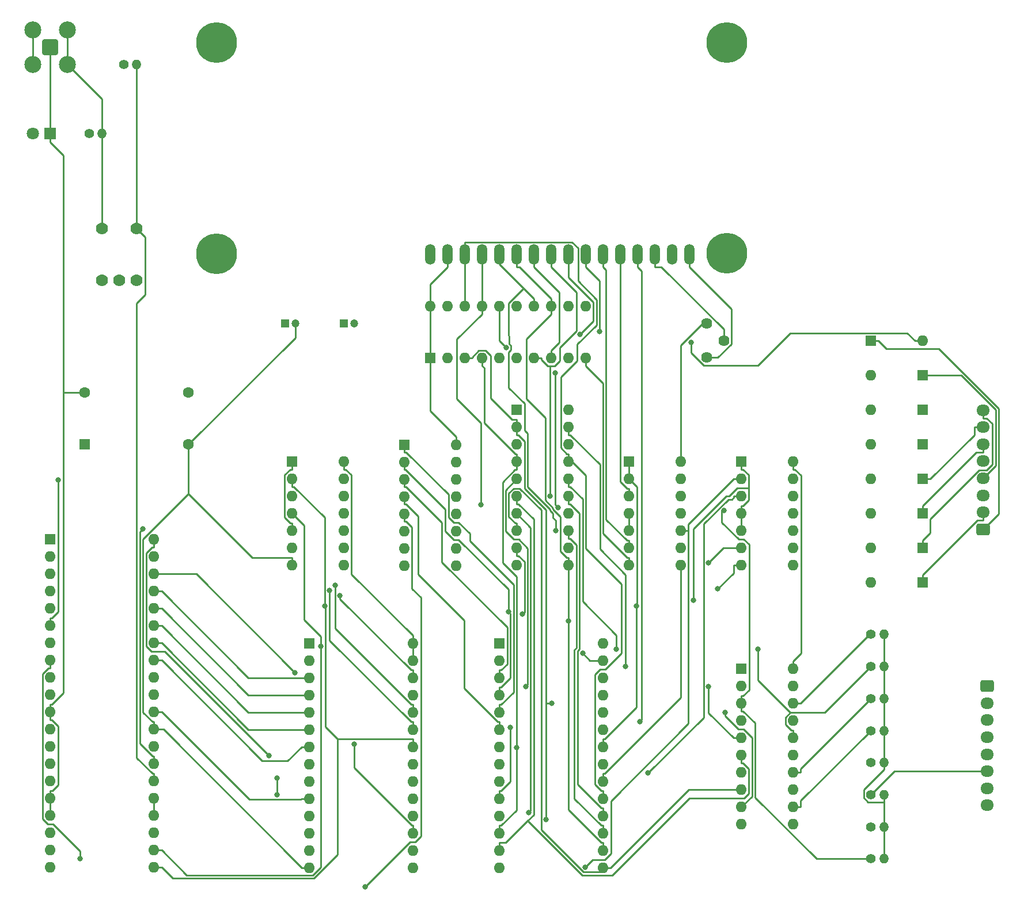
<source format=gbr>
%TF.GenerationSoftware,KiCad,Pcbnew,7.0.8*%
%TF.CreationDate,2023-11-04T10:57:41+00:00*%
%TF.ProjectId,Z80Computer,5a383043-6f6d-4707-9574-65722e6b6963,rev?*%
%TF.SameCoordinates,Original*%
%TF.FileFunction,Copper,L2,Bot*%
%TF.FilePolarity,Positive*%
%FSLAX46Y46*%
G04 Gerber Fmt 4.6, Leading zero omitted, Abs format (unit mm)*
G04 Created by KiCad (PCBNEW 7.0.8) date 2023-11-04 10:57:41*
%MOMM*%
%LPD*%
G01*
G04 APERTURE LIST*
G04 Aperture macros list*
%AMRoundRect*
0 Rectangle with rounded corners*
0 $1 Rounding radius*
0 $2 $3 $4 $5 $6 $7 $8 $9 X,Y pos of 4 corners*
0 Add a 4 corners polygon primitive as box body*
4,1,4,$2,$3,$4,$5,$6,$7,$8,$9,$2,$3,0*
0 Add four circle primitives for the rounded corners*
1,1,$1+$1,$2,$3*
1,1,$1+$1,$4,$5*
1,1,$1+$1,$6,$7*
1,1,$1+$1,$8,$9*
0 Add four rect primitives between the rounded corners*
20,1,$1+$1,$2,$3,$4,$5,0*
20,1,$1+$1,$4,$5,$6,$7,0*
20,1,$1+$1,$6,$7,$8,$9,0*
20,1,$1+$1,$8,$9,$2,$3,0*%
G04 Aperture macros list end*
%TA.AperFunction,ComponentPad*%
%ADD10R,1.600000X1.600000*%
%TD*%
%TA.AperFunction,ComponentPad*%
%ADD11O,1.600000X1.600000*%
%TD*%
%TA.AperFunction,ComponentPad*%
%ADD12C,1.620000*%
%TD*%
%TA.AperFunction,ComponentPad*%
%ADD13C,1.400000*%
%TD*%
%TA.AperFunction,ComponentPad*%
%ADD14O,1.400000X1.400000*%
%TD*%
%TA.AperFunction,ComponentPad*%
%ADD15C,6.000000*%
%TD*%
%TA.AperFunction,ComponentPad*%
%ADD16O,1.508000X3.016000*%
%TD*%
%TA.AperFunction,ComponentPad*%
%ADD17RoundRect,0.200100X-0.949900X-0.949900X0.949900X-0.949900X0.949900X0.949900X-0.949900X0.949900X0*%
%TD*%
%TA.AperFunction,ComponentPad*%
%ADD18C,2.500000*%
%TD*%
%TA.AperFunction,ComponentPad*%
%ADD19C,1.778000*%
%TD*%
%TA.AperFunction,ComponentPad*%
%ADD20C,1.600000*%
%TD*%
%TA.AperFunction,ComponentPad*%
%ADD21RoundRect,0.250000X0.725000X-0.600000X0.725000X0.600000X-0.725000X0.600000X-0.725000X-0.600000X0*%
%TD*%
%TA.AperFunction,ComponentPad*%
%ADD22O,1.950000X1.700000*%
%TD*%
%TA.AperFunction,ComponentPad*%
%ADD23R,1.200000X1.200000*%
%TD*%
%TA.AperFunction,ComponentPad*%
%ADD24C,1.200000*%
%TD*%
%TA.AperFunction,ComponentPad*%
%ADD25R,1.800000X1.800000*%
%TD*%
%TA.AperFunction,ComponentPad*%
%ADD26C,1.800000*%
%TD*%
%TA.AperFunction,ComponentPad*%
%ADD27RoundRect,0.250000X-0.725000X0.600000X-0.725000X-0.600000X0.725000X-0.600000X0.725000X0.600000X0*%
%TD*%
%TA.AperFunction,ViaPad*%
%ADD28C,0.800000*%
%TD*%
%TA.AperFunction,Conductor*%
%ADD29C,0.250000*%
%TD*%
G04 APERTURE END LIST*
D10*
%TO.P,IC1,1,A11*%
%TO.N,/A11*%
X55905000Y-110495000D03*
D11*
%TO.P,IC1,2,A12*%
%TO.N,/A12*%
X55905000Y-113035000D03*
%TO.P,IC1,3,A13*%
%TO.N,/A13*%
X55905000Y-115575000D03*
%TO.P,IC1,4,A14*%
%TO.N,/A14*%
X55905000Y-118115000D03*
%TO.P,IC1,5,A15*%
%TO.N,/A15*%
X55905000Y-120655000D03*
%TO.P,IC1,6,~{CLK}*%
%TO.N,Net-(IC1-~{CLK})*%
X55905000Y-123195000D03*
%TO.P,IC1,7,D4*%
%TO.N,/D4*%
X55905000Y-125735000D03*
%TO.P,IC1,8,D3*%
%TO.N,/D3*%
X55905000Y-128275000D03*
%TO.P,IC1,9,D5*%
%TO.N,/D5*%
X55905000Y-130815000D03*
%TO.P,IC1,10,D6*%
%TO.N,/D6*%
X55905000Y-133355000D03*
%TO.P,IC1,11,VCC*%
%TO.N,+5V*%
X55905000Y-135895000D03*
%TO.P,IC1,12,D2*%
%TO.N,/D2*%
X55905000Y-138435000D03*
%TO.P,IC1,13,D7*%
%TO.N,/D7*%
X55905000Y-140975000D03*
%TO.P,IC1,14,D0*%
%TO.N,/D0*%
X55905000Y-143515000D03*
%TO.P,IC1,15,D1*%
%TO.N,/D1*%
X55905000Y-146055000D03*
%TO.P,IC1,16,~{INT}*%
%TO.N,+5V*%
X55905000Y-148595000D03*
%TO.P,IC1,17,~{NMI}*%
X55905000Y-151135000D03*
%TO.P,IC1,18,~{HALT}*%
%TO.N,unconnected-(IC1-~{HALT}-Pad18)*%
X55905000Y-153675000D03*
%TO.P,IC1,19,~{MREQ}*%
%TO.N,~{MREQ}*%
X55905000Y-156215000D03*
%TO.P,IC1,20,~{IORQ}*%
%TO.N,~{IORQ}*%
X55905000Y-158755000D03*
%TO.P,IC1,21,~{RD}*%
%TO.N,~{RD}*%
X71145000Y-158755000D03*
%TO.P,IC1,22,~{WR}*%
%TO.N,~{WR}*%
X71145000Y-156215000D03*
%TO.P,IC1,23,~{BUSACK}*%
%TO.N,unconnected-(IC1-~{BUSACK}-Pad23)*%
X71145000Y-153675000D03*
%TO.P,IC1,24,~{WAIT}*%
%TO.N,+5V*%
X71145000Y-151135000D03*
%TO.P,IC1,25,~{BUSRQ}*%
X71145000Y-148595000D03*
%TO.P,IC1,26,~{RESET}*%
%TO.N,Net-(IC1-~{RESET})*%
X71145000Y-146055000D03*
%TO.P,IC1,27,~{M1}*%
%TO.N,~{M1}*%
X71145000Y-143515000D03*
%TO.P,IC1,28,~{RFSH}*%
%TO.N,unconnected-(IC1-~{RFSH}-Pad28)*%
X71145000Y-140975000D03*
%TO.P,IC1,29,GND*%
%TO.N,Z80_PWRCAP*%
X71145000Y-138435000D03*
%TO.P,IC1,30,A0*%
%TO.N,/A0*%
X71145000Y-135895000D03*
%TO.P,IC1,31,A1*%
%TO.N,/A1*%
X71145000Y-133355000D03*
%TO.P,IC1,32,A2*%
%TO.N,/A2*%
X71145000Y-130815000D03*
%TO.P,IC1,33,A3*%
%TO.N,/A3*%
X71145000Y-128275000D03*
%TO.P,IC1,34,A4*%
%TO.N,/A4*%
X71145000Y-125735000D03*
%TO.P,IC1,35,A5*%
%TO.N,/A5*%
X71145000Y-123195000D03*
%TO.P,IC1,36,A6*%
%TO.N,/A6*%
X71145000Y-120655000D03*
%TO.P,IC1,37,A7*%
%TO.N,/A7*%
X71145000Y-118115000D03*
%TO.P,IC1,38,A8*%
%TO.N,/A8*%
X71145000Y-115575000D03*
%TO.P,IC1,39,A9*%
%TO.N,/A9*%
X71145000Y-113035000D03*
%TO.P,IC1,40,A10*%
%TO.N,/A10*%
X71145000Y-110495000D03*
%TD*%
D10*
%TO.P,U7,1*%
%TO.N,/A15*%
X157480000Y-99040000D03*
D11*
%TO.P,U7,2*%
%TO.N,~{MREQ}*%
X157480000Y-101580000D03*
%TO.P,U7,3*%
%TO.N,Net-(IC2_EEPROM1-~{CS})*%
X157480000Y-104120000D03*
%TO.P,U7,4*%
%TO.N,/A15*%
X157480000Y-106660000D03*
%TO.P,U7,5*%
X157480000Y-109200000D03*
%TO.P,U7,6*%
%TO.N,Net-(U5-Pad9)*%
X157480000Y-111740000D03*
%TO.P,U7,7,GND*%
%TO.N,Z80_PWRCAP*%
X157480000Y-114280000D03*
%TO.P,U7,8*%
%TO.N,unconnected-(U7-Pad8)*%
X165100000Y-114280000D03*
%TO.P,U7,9*%
%TO.N,unconnected-(U7-Pad9)*%
X165100000Y-111740000D03*
%TO.P,U7,10*%
%TO.N,unconnected-(U7-Pad10)*%
X165100000Y-109200000D03*
%TO.P,U7,11*%
%TO.N,unconnected-(U7-Pad11)*%
X165100000Y-106660000D03*
%TO.P,U7,12*%
%TO.N,unconnected-(U7-Pad12)*%
X165100000Y-104120000D03*
%TO.P,U7,13*%
%TO.N,unconnected-(U7-Pad13)*%
X165100000Y-101580000D03*
%TO.P,U7,14,VCC*%
%TO.N,+5V*%
X165100000Y-99040000D03*
%TD*%
D10*
%TO.P,IC2_EEPROM1,1,A14*%
%TO.N,/A14*%
X93980000Y-125745000D03*
D11*
%TO.P,IC2_EEPROM1,2,A12*%
%TO.N,/A12*%
X93980000Y-128285000D03*
%TO.P,IC2_EEPROM1,3,A7*%
%TO.N,/A7*%
X93980000Y-130825000D03*
%TO.P,IC2_EEPROM1,4,A6*%
%TO.N,/A6*%
X93980000Y-133365000D03*
%TO.P,IC2_EEPROM1,5,A5*%
%TO.N,/A5*%
X93980000Y-135905000D03*
%TO.P,IC2_EEPROM1,6,A4*%
%TO.N,/A4*%
X93980000Y-138445000D03*
%TO.P,IC2_EEPROM1,7,A3*%
%TO.N,/A3*%
X93980000Y-140985000D03*
%TO.P,IC2_EEPROM1,8,A2*%
%TO.N,/A2*%
X93980000Y-143525000D03*
%TO.P,IC2_EEPROM1,9,A1*%
%TO.N,/A1*%
X93980000Y-146065000D03*
%TO.P,IC2_EEPROM1,10,A0*%
%TO.N,/A0*%
X93980000Y-148605000D03*
%TO.P,IC2_EEPROM1,11,D0*%
%TO.N,/D0*%
X93980000Y-151145000D03*
%TO.P,IC2_EEPROM1,12,D1*%
%TO.N,/D1*%
X93980000Y-153685000D03*
%TO.P,IC2_EEPROM1,13,D2*%
%TO.N,/D2*%
X93980000Y-156225000D03*
%TO.P,IC2_EEPROM1,14,GND*%
%TO.N,Z80_PWRCAP*%
X93980000Y-158765000D03*
%TO.P,IC2_EEPROM1,15,D3*%
%TO.N,/D3*%
X109220000Y-158765000D03*
%TO.P,IC2_EEPROM1,16,D4*%
%TO.N,/D4*%
X109220000Y-156225000D03*
%TO.P,IC2_EEPROM1,17,D5*%
%TO.N,/D5*%
X109220000Y-153685000D03*
%TO.P,IC2_EEPROM1,18,D6*%
%TO.N,/D6*%
X109220000Y-151145000D03*
%TO.P,IC2_EEPROM1,19,D7*%
%TO.N,/D7*%
X109220000Y-148605000D03*
%TO.P,IC2_EEPROM1,20,~{CS}*%
%TO.N,Net-(IC2_EEPROM1-~{CS})*%
X109220000Y-146065000D03*
%TO.P,IC2_EEPROM1,21,A10*%
%TO.N,/A10*%
X109220000Y-143525000D03*
%TO.P,IC2_EEPROM1,22,~{OE}*%
%TO.N,~{RD}*%
X109220000Y-140985000D03*
%TO.P,IC2_EEPROM1,23,A11*%
%TO.N,/A11*%
X109220000Y-138445000D03*
%TO.P,IC2_EEPROM1,24,A9*%
%TO.N,/A9*%
X109220000Y-135905000D03*
%TO.P,IC2_EEPROM1,25,A8*%
%TO.N,/A8*%
X109220000Y-133365000D03*
%TO.P,IC2_EEPROM1,26,A13*%
%TO.N,/A13*%
X109220000Y-130825000D03*
%TO.P,IC2_EEPROM1,27,~{WE}*%
%TO.N,+5V*%
X109220000Y-128285000D03*
%TO.P,IC2_EEPROM1,28,VCC*%
X109220000Y-125745000D03*
%TD*%
D12*
%TO.P,RV1,1,1*%
%TO.N,+5V*%
X152400000Y-78740000D03*
%TO.P,RV1,2,2*%
%TO.N,Net-(DIS1-PadP$3)*%
X154900000Y-81240000D03*
%TO.P,RV1,3,3*%
%TO.N,Z80_PWRCAP*%
X152400000Y-83740000D03*
%TD*%
D13*
%TO.P,R2,1*%
%TO.N,Net-(J2-Pin_8)*%
X176530000Y-157480000D03*
D14*
%TO.P,R2,2*%
%TO.N,Z80_PWRCAP*%
X178430000Y-157480000D03*
%TD*%
D10*
%TO.P,U3,1,~{Mr}*%
%TO.N,+5V*%
X111760000Y-83820000D03*
D11*
%TO.P,U3,2,Q0*%
%TO.N,Net-(D1-A)*%
X114300000Y-83820000D03*
%TO.P,U3,3,D0*%
%TO.N,/D0*%
X116840000Y-83820000D03*
%TO.P,U3,4,D1*%
%TO.N,/D1*%
X119380000Y-83820000D03*
%TO.P,U3,5,Q1*%
%TO.N,Net-(D8-A)*%
X121920000Y-83820000D03*
%TO.P,U3,6,Q2*%
%TO.N,Net-(D3-A)*%
X124460000Y-83820000D03*
%TO.P,U3,7,D2*%
%TO.N,/D2*%
X127000000Y-83820000D03*
%TO.P,U3,8,D3*%
%TO.N,/D3*%
X129540000Y-83820000D03*
%TO.P,U3,9,Q3*%
%TO.N,Net-(D2-A)*%
X132080000Y-83820000D03*
%TO.P,U3,10,GND*%
%TO.N,Z80_PWRCAP*%
X134620000Y-83820000D03*
%TO.P,U3,11,Cp*%
%TO.N,Net-(U3-Cp)*%
X134620000Y-76200000D03*
%TO.P,U3,12,Q4*%
%TO.N,Net-(D4-A)*%
X132080000Y-76200000D03*
%TO.P,U3,13,D4*%
%TO.N,/D4*%
X129540000Y-76200000D03*
%TO.P,U3,14,D5*%
%TO.N,/D5*%
X127000000Y-76200000D03*
%TO.P,U3,15,Q5*%
%TO.N,Net-(D6-A)*%
X124460000Y-76200000D03*
%TO.P,U3,16,Q6*%
%TO.N,Net-(D5-A)*%
X121920000Y-76200000D03*
%TO.P,U3,17,D6*%
%TO.N,/D6*%
X119380000Y-76200000D03*
%TO.P,U3,18,D7*%
%TO.N,/D7*%
X116840000Y-76200000D03*
%TO.P,U3,19,Q7*%
%TO.N,Net-(D7-A)*%
X114300000Y-76200000D03*
%TO.P,U3,20,VCC*%
%TO.N,+5V*%
X111760000Y-76200000D03*
%TD*%
D15*
%TO.P,DIS1,MNT1*%
%TO.N,N/C*%
X155360000Y-68380000D03*
%TO.P,DIS1,MNT2*%
X80360000Y-68480000D03*
%TO.P,DIS1,MNT3*%
X155360000Y-37380000D03*
%TO.P,DIS1,MNT4*%
X80360000Y-37380000D03*
D16*
%TO.P,DIS1,P$1*%
%TO.N,Z80_PWRCAP*%
X149860000Y-68580000D03*
%TO.P,DIS1,P$2*%
%TO.N,+5V*%
X147320000Y-68580000D03*
%TO.P,DIS1,P$3*%
%TO.N,Net-(DIS1-PadP$3)*%
X144780000Y-68580000D03*
%TO.P,DIS1,P$4*%
%TO.N,/A0*%
X142240000Y-68580000D03*
%TO.P,DIS1,P$5*%
%TO.N,Net-(DIS1-PadP$5)*%
X139700000Y-68580000D03*
%TO.P,DIS1,P$6*%
%TO.N,Net-(DIS1-PadP$6)*%
X137160000Y-68580000D03*
%TO.P,DIS1,P$7*%
%TO.N,/D0*%
X134620000Y-68580000D03*
%TO.P,DIS1,P$8*%
%TO.N,/D1*%
X132080000Y-68580000D03*
%TO.P,DIS1,P$9*%
%TO.N,/D2*%
X129540000Y-68580000D03*
%TO.P,DIS1,P$10*%
%TO.N,/D3*%
X127000000Y-68580000D03*
%TO.P,DIS1,P$11*%
%TO.N,/D4*%
X124460000Y-68580000D03*
%TO.P,DIS1,P$12*%
%TO.N,/D5*%
X121920000Y-68580000D03*
%TO.P,DIS1,P$13*%
%TO.N,/D6*%
X119380000Y-68580000D03*
%TO.P,DIS1,P$14*%
%TO.N,/D7*%
X116840000Y-68580000D03*
%TO.P,DIS1,P$15*%
%TO.N,+5V*%
X114300000Y-68580000D03*
%TO.P,DIS1,P$16*%
%TO.N,Z80_PWRCAP*%
X111760000Y-68580000D03*
%TD*%
D13*
%TO.P,R7,1*%
%TO.N,Net-(J2-Pin_3)*%
X176530000Y-133894300D03*
D14*
%TO.P,R7,2*%
%TO.N,Z80_PWRCAP*%
X178430000Y-133894300D03*
%TD*%
D17*
%TO.P,J1,1,In*%
%TO.N,+5V*%
X55880000Y-38100000D03*
D18*
%TO.P,J1,2,Ext*%
%TO.N,Z80_PWRCAP*%
X53340000Y-35560000D03*
X53340000Y-40640000D03*
X58420000Y-35560000D03*
X58420000Y-40640000D03*
%TD*%
D13*
%TO.P,R5,1*%
%TO.N,Net-(J2-Pin_5)*%
X176530000Y-143328600D03*
D14*
%TO.P,R5,2*%
%TO.N,Z80_PWRCAP*%
X178430000Y-143328600D03*
%TD*%
D19*
%TO.P,SW1,1,1*%
%TO.N,Z80_PWRCAP*%
X63500000Y-64770000D03*
%TO.P,SW1,2,2*%
%TO.N,Net-(IC1-~{RESET})*%
X68580000Y-64770000D03*
%TO.P,SW1,3*%
%TO.N,N/C*%
X68580000Y-72390000D03*
%TO.P,SW1,4*%
X66040000Y-72390000D03*
%TO.P,SW1,5*%
X63500000Y-72390000D03*
%TD*%
D10*
%TO.P,X1,1,EN*%
%TO.N,unconnected-(X1-EN-Pad1)*%
X60960000Y-96520000D03*
D20*
%TO.P,X1,7,GND*%
%TO.N,Z80_PWRCAP*%
X76200000Y-96520000D03*
%TO.P,X1,8,OUT*%
%TO.N,Net-(IC1-~{CLK})*%
X76200000Y-88900000D03*
%TO.P,X1,14,Vcc*%
%TO.N,+5V*%
X60960000Y-88900000D03*
%TD*%
D13*
%TO.P,R1,1*%
%TO.N,+5V*%
X66680000Y-40640000D03*
D14*
%TO.P,R1,2*%
%TO.N,Net-(IC1-~{RESET})*%
X68580000Y-40640000D03*
%TD*%
D13*
%TO.P,R6,1*%
%TO.N,Net-(J2-Pin_4)*%
X176530000Y-138611400D03*
D14*
%TO.P,R6,2*%
%TO.N,Z80_PWRCAP*%
X178430000Y-138611400D03*
%TD*%
D10*
%TO.P,D1,1,K*%
%TO.N,Net-(D1-K)*%
X176530000Y-81280000D03*
D11*
%TO.P,D1,2,A*%
%TO.N,Net-(D1-A)*%
X184150000Y-81280000D03*
%TD*%
D21*
%TO.P,J3,1,Pin_1*%
%TO.N,Net-(D1-K)*%
X193040000Y-108980000D03*
D22*
%TO.P,J3,2,Pin_2*%
%TO.N,Net-(D8-K)*%
X193040000Y-106480000D03*
%TO.P,J3,3,Pin_3*%
%TO.N,Net-(D3-K)*%
X193040000Y-103980000D03*
%TO.P,J3,4,Pin_4*%
%TO.N,Net-(D2-K)*%
X193040000Y-101480000D03*
%TO.P,J3,5,Pin_5*%
%TO.N,Net-(D4-K)*%
X193040000Y-98980000D03*
%TO.P,J3,6,Pin_6*%
%TO.N,Net-(D6-K)*%
X193040000Y-96480000D03*
%TO.P,J3,7,Pin_7*%
%TO.N,Net-(D5-K)*%
X193040000Y-93980000D03*
%TO.P,J3,8,Pin_8*%
%TO.N,Net-(D7-K)*%
X193040000Y-91480000D03*
%TD*%
D10*
%TO.P,U2,1*%
%TO.N,~{KEYPAD_PORT}*%
X91440000Y-99040000D03*
D11*
%TO.P,U2,2*%
%TO.N,~{RD}*%
X91440000Y-101580000D03*
%TO.P,U2,3*%
%TO.N,Net-(U1-OEa)*%
X91440000Y-104120000D03*
%TO.P,U2,4*%
%TO.N,~{WR}*%
X91440000Y-106660000D03*
%TO.P,U2,5*%
%TO.N,~{KEYPAD_PORT}*%
X91440000Y-109200000D03*
%TO.P,U2,6*%
%TO.N,Net-(U3-Cp)*%
X91440000Y-111740000D03*
%TO.P,U2,7,GND*%
%TO.N,Z80_PWRCAP*%
X91440000Y-114280000D03*
%TO.P,U2,8*%
%TO.N,unconnected-(U2-Pad8)*%
X99060000Y-114280000D03*
%TO.P,U2,9*%
%TO.N,unconnected-(U2-Pad9)*%
X99060000Y-111740000D03*
%TO.P,U2,10*%
%TO.N,unconnected-(U2-Pad10)*%
X99060000Y-109200000D03*
%TO.P,U2,11*%
%TO.N,unconnected-(U2-Pad11)*%
X99060000Y-106660000D03*
%TO.P,U2,12*%
%TO.N,unconnected-(U2-Pad12)*%
X99060000Y-104120000D03*
%TO.P,U2,13*%
%TO.N,unconnected-(U2-Pad13)*%
X99060000Y-101580000D03*
%TO.P,U2,14,VCC*%
%TO.N,+5V*%
X99060000Y-99040000D03*
%TD*%
D13*
%TO.P,R8,1*%
%TO.N,Net-(J2-Pin_2)*%
X176530000Y-129177100D03*
D14*
%TO.P,R8,2*%
%TO.N,Z80_PWRCAP*%
X178430000Y-129177100D03*
%TD*%
D13*
%TO.P,R3,1*%
%TO.N,Net-(J2-Pin_6)*%
X176530000Y-148045700D03*
D14*
%TO.P,R3,2*%
%TO.N,Z80_PWRCAP*%
X178430000Y-148045700D03*
%TD*%
D10*
%TO.P,D6,1,K*%
%TO.N,Net-(D6-K)*%
X184150000Y-106680000D03*
D11*
%TO.P,D6,2,A*%
%TO.N,Net-(D6-A)*%
X176530000Y-106680000D03*
%TD*%
D10*
%TO.P,U5,1*%
%TO.N,~{RD}*%
X140970000Y-99040000D03*
D11*
%TO.P,U5,2*%
X140970000Y-101580000D03*
%TO.P,U5,3*%
%TO.N,Net-(DIS1-PadP$5)*%
X140970000Y-104120000D03*
%TO.P,U5,4*%
%TO.N,~{LCD_OUT_PORT}*%
X140970000Y-106660000D03*
%TO.P,U5,5*%
X140970000Y-109200000D03*
%TO.P,U5,6*%
%TO.N,Net-(DIS1-PadP$6)*%
X140970000Y-111740000D03*
%TO.P,U5,7,GND*%
%TO.N,Z80_PWRCAP*%
X140970000Y-114280000D03*
%TO.P,U5,8*%
%TO.N,Net-(IC6_SRAM1-~{CS})*%
X148590000Y-114280000D03*
%TO.P,U5,9*%
%TO.N,Net-(U5-Pad9)*%
X148590000Y-111740000D03*
%TO.P,U5,10*%
%TO.N,~{MREQ}*%
X148590000Y-109200000D03*
%TO.P,U5,11*%
%TO.N,unconnected-(U5-Pad11)*%
X148590000Y-106660000D03*
%TO.P,U5,12*%
%TO.N,unconnected-(U5-Pad12)*%
X148590000Y-104120000D03*
%TO.P,U5,13*%
%TO.N,unconnected-(U5-Pad13)*%
X148590000Y-101580000D03*
%TO.P,U5,14,VCC*%
%TO.N,+5V*%
X148590000Y-99040000D03*
%TD*%
D13*
%TO.P,R4,1*%
%TO.N,Net-(J2-Pin_7)*%
X176530000Y-152762900D03*
D14*
%TO.P,R4,2*%
%TO.N,Z80_PWRCAP*%
X178430000Y-152762900D03*
%TD*%
D13*
%TO.P,R9,1*%
%TO.N,Net-(J2-Pin_1)*%
X176530000Y-124460000D03*
D14*
%TO.P,R9,2*%
%TO.N,Z80_PWRCAP*%
X178430000Y-124460000D03*
%TD*%
D23*
%TO.P,C2,1*%
%TO.N,Z80_PWRCAP*%
X99060000Y-78740000D03*
D24*
%TO.P,C2,2*%
%TO.N,+5V*%
X100560000Y-78740000D03*
%TD*%
D10*
%TO.P,D4,1,K*%
%TO.N,Net-(D4-K)*%
X184150000Y-96520000D03*
D11*
%TO.P,D4,2,A*%
%TO.N,Net-(D4-A)*%
X176530000Y-96520000D03*
%TD*%
D13*
%TO.P,R10,1*%
%TO.N,Net-(D9-A)*%
X61600000Y-50800000D03*
D14*
%TO.P,R10,2*%
%TO.N,Z80_PWRCAP*%
X63500000Y-50800000D03*
%TD*%
D25*
%TO.P,D9,1,K*%
%TO.N,+5V*%
X55880000Y-50800000D03*
D26*
%TO.P,D9,2,A*%
%TO.N,Net-(D9-A)*%
X53340000Y-50800000D03*
%TD*%
D10*
%TO.P,D5,1,K*%
%TO.N,Net-(D5-K)*%
X184150000Y-101600000D03*
D11*
%TO.P,D5,2,A*%
%TO.N,Net-(D5-A)*%
X176530000Y-101600000D03*
%TD*%
D10*
%TO.P,IC6_SRAM1,1,A14*%
%TO.N,/A14*%
X121920000Y-125745000D03*
D11*
%TO.P,IC6_SRAM1,2,A12*%
%TO.N,/A12*%
X121920000Y-128285000D03*
%TO.P,IC6_SRAM1,3,A7*%
%TO.N,/A7*%
X121920000Y-130825000D03*
%TO.P,IC6_SRAM1,4,A6*%
%TO.N,/A6*%
X121920000Y-133365000D03*
%TO.P,IC6_SRAM1,5,A5*%
%TO.N,/A5*%
X121920000Y-135905000D03*
%TO.P,IC6_SRAM1,6,A4*%
%TO.N,/A4*%
X121920000Y-138445000D03*
%TO.P,IC6_SRAM1,7,A3*%
%TO.N,/A3*%
X121920000Y-140985000D03*
%TO.P,IC6_SRAM1,8,A2*%
%TO.N,/A2*%
X121920000Y-143525000D03*
%TO.P,IC6_SRAM1,9,A1*%
%TO.N,/A1*%
X121920000Y-146065000D03*
%TO.P,IC6_SRAM1,10,A0*%
%TO.N,/A0*%
X121920000Y-148605000D03*
%TO.P,IC6_SRAM1,11,Q0*%
%TO.N,/D0*%
X121920000Y-151145000D03*
%TO.P,IC6_SRAM1,12,Q1*%
%TO.N,/D1*%
X121920000Y-153685000D03*
%TO.P,IC6_SRAM1,13,Q2*%
%TO.N,/D2*%
X121920000Y-156225000D03*
%TO.P,IC6_SRAM1,14,GND*%
%TO.N,Z80_PWRCAP*%
X121920000Y-158765000D03*
%TO.P,IC6_SRAM1,15,Q3*%
%TO.N,/D3*%
X137160000Y-158765000D03*
%TO.P,IC6_SRAM1,16,Q4*%
%TO.N,/D4*%
X137160000Y-156225000D03*
%TO.P,IC6_SRAM1,17,Q5*%
%TO.N,/D5*%
X137160000Y-153685000D03*
%TO.P,IC6_SRAM1,18,Q6*%
%TO.N,/D6*%
X137160000Y-151145000D03*
%TO.P,IC6_SRAM1,19,Q7*%
%TO.N,/D7*%
X137160000Y-148605000D03*
%TO.P,IC6_SRAM1,20,~{CS}*%
%TO.N,Net-(IC6_SRAM1-~{CS})*%
X137160000Y-146065000D03*
%TO.P,IC6_SRAM1,21,A10*%
%TO.N,/A10*%
X137160000Y-143525000D03*
%TO.P,IC6_SRAM1,22,~{OE}*%
%TO.N,~{RD}*%
X137160000Y-140985000D03*
%TO.P,IC6_SRAM1,23,A11*%
%TO.N,/A11*%
X137160000Y-138445000D03*
%TO.P,IC6_SRAM1,24,A9*%
%TO.N,/A9*%
X137160000Y-135905000D03*
%TO.P,IC6_SRAM1,25,A8*%
%TO.N,/A8*%
X137160000Y-133365000D03*
%TO.P,IC6_SRAM1,26,A13*%
%TO.N,/A13*%
X137160000Y-130825000D03*
%TO.P,IC6_SRAM1,27,~{WE}*%
%TO.N,~{WR}*%
X137160000Y-128285000D03*
%TO.P,IC6_SRAM1,28,VCC*%
%TO.N,+5V*%
X137160000Y-125745000D03*
%TD*%
D10*
%TO.P,U1,1,OEa*%
%TO.N,Net-(U1-OEa)*%
X124460000Y-91440000D03*
D11*
%TO.P,U1,2,I0a*%
%TO.N,/D0*%
X124460000Y-93980000D03*
%TO.P,U1,3,O3b*%
%TO.N,Net-(J2-Pin_8)*%
X124460000Y-96520000D03*
%TO.P,U1,4,I1a*%
%TO.N,/D1*%
X124460000Y-99060000D03*
%TO.P,U1,5,O2b*%
%TO.N,Net-(J2-Pin_7)*%
X124460000Y-101600000D03*
%TO.P,U1,6,I2a*%
%TO.N,/D2*%
X124460000Y-104140000D03*
%TO.P,U1,7,O1b*%
%TO.N,Net-(J2-Pin_6)*%
X124460000Y-106680000D03*
%TO.P,U1,8,I3a*%
%TO.N,/D3*%
X124460000Y-109220000D03*
%TO.P,U1,9,O0b*%
%TO.N,Net-(J2-Pin_5)*%
X124460000Y-111760000D03*
%TO.P,U1,10,GND*%
%TO.N,Z80_PWRCAP*%
X124460000Y-114300000D03*
%TO.P,U1,11,I0b*%
%TO.N,/D4*%
X132080000Y-114300000D03*
%TO.P,U1,12,O3a*%
%TO.N,Net-(J2-Pin_4)*%
X132080000Y-111760000D03*
%TO.P,U1,13,I1b*%
%TO.N,/D5*%
X132080000Y-109220000D03*
%TO.P,U1,14,O2a*%
%TO.N,Net-(J2-Pin_3)*%
X132080000Y-106680000D03*
%TO.P,U1,15,I2b*%
%TO.N,/D6*%
X132080000Y-104140000D03*
%TO.P,U1,16,O1a*%
%TO.N,Net-(J2-Pin_2)*%
X132080000Y-101600000D03*
%TO.P,U1,17,I3b*%
%TO.N,/D7*%
X132080000Y-99060000D03*
%TO.P,U1,18,O0a*%
%TO.N,Net-(J2-Pin_1)*%
X132080000Y-96520000D03*
%TO.P,U1,19,OEb*%
%TO.N,Net-(U1-OEa)*%
X132080000Y-93980000D03*
%TO.P,U1,20,VCC*%
%TO.N,+5V*%
X132080000Y-91440000D03*
%TD*%
D10*
%TO.P,D3,1,K*%
%TO.N,Net-(D3-K)*%
X184150000Y-91440000D03*
D11*
%TO.P,D3,2,A*%
%TO.N,Net-(D3-A)*%
X176530000Y-91440000D03*
%TD*%
D23*
%TO.P,C1,1*%
%TO.N,+5V*%
X90400000Y-78740000D03*
D24*
%TO.P,C1,2*%
%TO.N,Z80_PWRCAP*%
X91900000Y-78740000D03*
%TD*%
D27*
%TO.P,J2,1,Pin_1*%
%TO.N,Net-(J2-Pin_1)*%
X193640000Y-132080000D03*
D22*
%TO.P,J2,2,Pin_2*%
%TO.N,Net-(J2-Pin_2)*%
X193640000Y-134580000D03*
%TO.P,J2,3,Pin_3*%
%TO.N,Net-(J2-Pin_3)*%
X193640000Y-137080000D03*
%TO.P,J2,4,Pin_4*%
%TO.N,Net-(J2-Pin_4)*%
X193640000Y-139580000D03*
%TO.P,J2,5,Pin_5*%
%TO.N,Net-(J2-Pin_5)*%
X193640000Y-142080000D03*
%TO.P,J2,6,Pin_6*%
%TO.N,Net-(J2-Pin_6)*%
X193640000Y-144580000D03*
%TO.P,J2,7,Pin_7*%
%TO.N,Net-(J2-Pin_7)*%
X193640000Y-147080000D03*
%TO.P,J2,8,Pin_8*%
%TO.N,Net-(J2-Pin_8)*%
X193640000Y-149580000D03*
%TD*%
D10*
%TO.P,U6,1,OEa*%
%TO.N,Net-(U1-OEa)*%
X157480000Y-129540000D03*
D11*
%TO.P,U6,2,I0a*%
%TO.N,/D0*%
X157480000Y-132080000D03*
%TO.P,U6,3,O3b*%
%TO.N,Net-(J2-Pin_8)*%
X157480000Y-134620000D03*
%TO.P,U6,4,I1a*%
%TO.N,/D1*%
X157480000Y-137160000D03*
%TO.P,U6,5,O2b*%
%TO.N,Net-(J2-Pin_7)*%
X157480000Y-139700000D03*
%TO.P,U6,6,I2a*%
%TO.N,/D2*%
X157480000Y-142240000D03*
%TO.P,U6,7,O1b*%
%TO.N,Net-(J2-Pin_6)*%
X157480000Y-144780000D03*
%TO.P,U6,8,I3a*%
%TO.N,/D3*%
X157480000Y-147320000D03*
%TO.P,U6,9,O0b*%
%TO.N,Net-(J2-Pin_5)*%
X157480000Y-149860000D03*
%TO.P,U6,10,GND*%
%TO.N,Z80_PWRCAP*%
X157480000Y-152400000D03*
%TO.P,U6,11,I0b*%
%TO.N,/D4*%
X165100000Y-152400000D03*
%TO.P,U6,12,O3a*%
%TO.N,Net-(J2-Pin_4)*%
X165100000Y-149860000D03*
%TO.P,U6,13,I1b*%
%TO.N,/D5*%
X165100000Y-147320000D03*
%TO.P,U6,14,O2a*%
%TO.N,Net-(J2-Pin_3)*%
X165100000Y-144780000D03*
%TO.P,U6,15,I2b*%
%TO.N,/D6*%
X165100000Y-142240000D03*
%TO.P,U6,16,O1a*%
%TO.N,Net-(J2-Pin_2)*%
X165100000Y-139700000D03*
%TO.P,U6,17,I3b*%
%TO.N,/D7*%
X165100000Y-137160000D03*
%TO.P,U6,18,O0a*%
%TO.N,Net-(J2-Pin_1)*%
X165100000Y-134620000D03*
%TO.P,U6,19,OEb*%
%TO.N,Net-(U1-OEa)*%
X165100000Y-132080000D03*
%TO.P,U6,20,VCC*%
%TO.N,+5V*%
X165100000Y-129540000D03*
%TD*%
D10*
%TO.P,U4,1,A0*%
%TO.N,/A5*%
X107950000Y-96540000D03*
D11*
%TO.P,U4,2,A1*%
%TO.N,/A6*%
X107950000Y-99080000D03*
%TO.P,U4,3,A2*%
%TO.N,/A7*%
X107950000Y-101620000D03*
%TO.P,U4,4,E1*%
%TO.N,/A4*%
X107950000Y-104160000D03*
%TO.P,U4,5,E2*%
%TO.N,~{IORQ}*%
X107950000Y-106700000D03*
%TO.P,U4,6,E3*%
%TO.N,~{M1}*%
X107950000Y-109240000D03*
%TO.P,U4,7,O7*%
%TO.N,unconnected-(U4-O7-Pad7)*%
X107950000Y-111780000D03*
%TO.P,U4,8,GND*%
%TO.N,Z80_PWRCAP*%
X107950000Y-114320000D03*
%TO.P,U4,9,O6*%
%TO.N,unconnected-(U4-O6-Pad9)*%
X115570000Y-114320000D03*
%TO.P,U4,10,O5*%
%TO.N,unconnected-(U4-O5-Pad10)*%
X115570000Y-111780000D03*
%TO.P,U4,11,O4*%
%TO.N,unconnected-(U4-O4-Pad11)*%
X115570000Y-109240000D03*
%TO.P,U4,12,O3*%
%TO.N,unconnected-(U4-O3-Pad12)*%
X115570000Y-106700000D03*
%TO.P,U4,13,O2*%
%TO.N,unconnected-(U4-O2-Pad13)*%
X115570000Y-104160000D03*
%TO.P,U4,14,O1*%
%TO.N,~{KEYPAD_PORT}*%
X115570000Y-101620000D03*
%TO.P,U4,15,O0*%
%TO.N,~{LCD_OUT_PORT}*%
X115570000Y-99080000D03*
%TO.P,U4,16,VCC*%
%TO.N,+5V*%
X115570000Y-96540000D03*
%TD*%
D10*
%TO.P,D8,1,K*%
%TO.N,Net-(D8-K)*%
X184150000Y-116840000D03*
D11*
%TO.P,D8,2,A*%
%TO.N,Net-(D8-A)*%
X176530000Y-116840000D03*
%TD*%
D10*
%TO.P,D2,1,K*%
%TO.N,Net-(D2-K)*%
X184150000Y-86360000D03*
D11*
%TO.P,D2,2,A*%
%TO.N,Net-(D2-A)*%
X176530000Y-86360000D03*
%TD*%
D10*
%TO.P,D7,1,K*%
%TO.N,Net-(D7-K)*%
X184150000Y-111760000D03*
D11*
%TO.P,D7,2,A*%
%TO.N,Net-(D7-A)*%
X176530000Y-111760000D03*
%TD*%
D28*
%TO.N,Net-(D5-A)*%
X122919100Y-82269500D03*
%TO.N,Net-(D1-A)*%
X150086400Y-81456800D03*
%TO.N,Net-(U1-OEa)*%
X140463300Y-129144600D03*
%TO.N,Net-(J2-Pin_8)*%
X154919900Y-106248300D03*
%TO.N,Net-(J2-Pin_7)*%
X152674300Y-132095000D03*
X125785400Y-132095000D03*
%TO.N,Net-(J2-Pin_6)*%
X126192500Y-150693500D03*
%TO.N,Net-(J2-Pin_5)*%
X155085900Y-135934400D03*
X125309600Y-121478000D03*
%TO.N,Net-(J2-Pin_2)*%
X159902000Y-126584300D03*
X139119000Y-126584300D03*
%TO.N,Net-(U5-Pad9)*%
X152663300Y-113895000D03*
%TO.N,Net-(IC2_EEPROM1-~{CS})*%
X143796800Y-144791200D03*
%TO.N,/A10*%
X88008600Y-142327400D03*
%TO.N,/A9*%
X97747600Y-117248800D03*
%TO.N,/A8*%
X91834900Y-130060800D03*
%TO.N,/A6*%
X123240600Y-121150100D03*
%TO.N,~{M1}*%
X69532000Y-108914600D03*
%TO.N,~{WR}*%
X134160700Y-127210400D03*
X95647600Y-126238600D03*
%TO.N,~{RD}*%
X142096500Y-120308500D03*
X96226900Y-120308500D03*
%TO.N,~{IORQ}*%
X102220200Y-161556000D03*
%TO.N,~{MREQ}*%
X134557100Y-158675800D03*
%TO.N,/A15*%
X150476800Y-119467000D03*
%TO.N,/A13*%
X98482600Y-118735300D03*
%TO.N,/A11*%
X96965500Y-118008400D03*
%TO.N,Net-(IC1-~{CLK})*%
X57053400Y-101723700D03*
%TO.N,/D6*%
X89221700Y-148029300D03*
X89221700Y-145605900D03*
X119226600Y-105410000D03*
%TO.N,/D5*%
X100543100Y-140587000D03*
X130171800Y-109220000D03*
%TO.N,/D4*%
X132059700Y-122483500D03*
%TO.N,/D3*%
X60252500Y-157415400D03*
X130551900Y-105755400D03*
X130130000Y-85994300D03*
%TO.N,/D2*%
X129390500Y-104140000D03*
%TO.N,/D1*%
X133744500Y-80352600D03*
X124467200Y-141097000D03*
%TO.N,/D0*%
X136653100Y-79852300D03*
X128799100Y-151701200D03*
X129657900Y-134552000D03*
%TO.N,/A0*%
X142566400Y-137281400D03*
X123531100Y-138161500D03*
%TO.N,Z80_PWRCAP*%
X154003300Y-117756700D03*
%TD*%
D29*
%TO.N,Net-(D8-K)*%
X184150000Y-115664200D02*
X184150000Y-116840000D01*
X192157300Y-107656900D02*
X184150000Y-115664200D01*
X193040000Y-107656900D02*
X192157300Y-107656900D01*
X193040000Y-106480000D02*
X193040000Y-107656900D01*
%TO.N,Net-(D7-K)*%
X185276900Y-109506200D02*
X184150000Y-110633100D01*
X185276900Y-107453700D02*
X185276900Y-109506200D01*
X192427500Y-100303100D02*
X185276900Y-107453700D01*
X193555600Y-100303100D02*
X192427500Y-100303100D01*
X194375200Y-99483500D02*
X193555600Y-100303100D01*
X194375200Y-93477200D02*
X194375200Y-99483500D01*
X193554900Y-92656900D02*
X194375200Y-93477200D01*
X193040000Y-92656900D02*
X193554900Y-92656900D01*
X193040000Y-91480000D02*
X193040000Y-92656900D01*
X184150000Y-111760000D02*
X184150000Y-110633100D01*
%TO.N,Net-(D6-K)*%
X192046200Y-97656900D02*
X184150000Y-105553100D01*
X193040000Y-97656900D02*
X192046200Y-97656900D01*
X193040000Y-96480000D02*
X193040000Y-97656900D01*
X184150000Y-106680000D02*
X184150000Y-105553100D01*
%TO.N,Net-(D5-A)*%
X121920000Y-81270400D02*
X122919100Y-82269500D01*
X121920000Y-76200000D02*
X121920000Y-81270400D01*
%TO.N,Net-(D5-K)*%
X191738100Y-95138800D02*
X191738100Y-93980000D01*
X185276900Y-101600000D02*
X191738100Y-95138800D01*
X184150000Y-101600000D02*
X185276900Y-101600000D01*
X193040000Y-93980000D02*
X191738100Y-93980000D01*
%TO.N,Net-(D2-K)*%
X194866700Y-99653300D02*
X193040000Y-101480000D01*
X194866700Y-91438700D02*
X194866700Y-99653300D01*
X189788000Y-86360000D02*
X194866700Y-91438700D01*
X184150000Y-86360000D02*
X189788000Y-86360000D01*
%TO.N,Net-(D1-A)*%
X150086400Y-83046600D02*
X150086400Y-81456800D01*
X151953900Y-84914100D02*
X150086400Y-83046600D01*
X159930400Y-84914100D02*
X151953900Y-84914100D01*
X164696300Y-80148200D02*
X159930400Y-84914100D01*
X181891300Y-80148200D02*
X164696300Y-80148200D01*
X183023100Y-81280000D02*
X181891300Y-80148200D01*
X184150000Y-81280000D02*
X183023100Y-81280000D01*
%TO.N,Net-(D1-K)*%
X178783800Y-82406900D02*
X177656900Y-81280000D01*
X186482100Y-82406900D02*
X178783800Y-82406900D01*
X195332400Y-91257200D02*
X186482100Y-82406900D01*
X195332400Y-106687600D02*
X195332400Y-91257200D01*
X193040000Y-108980000D02*
X195332400Y-106687600D01*
X176530000Y-81280000D02*
X177656900Y-81280000D01*
%TO.N,Net-(U1-OEa)*%
X132080000Y-93980000D02*
X132080000Y-95106900D01*
X140463300Y-115664600D02*
X140463300Y-129144600D01*
X136711100Y-111912400D02*
X140463300Y-115664600D01*
X136711100Y-99456300D02*
X136711100Y-111912400D01*
X132361700Y-95106900D02*
X136711100Y-99456300D01*
X132080000Y-95106900D02*
X132361700Y-95106900D01*
%TO.N,~{KEYPAD_PORT}*%
X91158200Y-100166900D02*
X91440000Y-100166900D01*
X90313100Y-101012000D02*
X91158200Y-100166900D01*
X90313100Y-107227900D02*
X90313100Y-101012000D01*
X91158300Y-108073100D02*
X90313100Y-107227900D01*
X91440000Y-108073100D02*
X91158300Y-108073100D01*
X91440000Y-109200000D02*
X91440000Y-108073100D01*
X91440000Y-99040000D02*
X91440000Y-100166900D01*
%TO.N,Net-(J2-Pin_8)*%
X157480000Y-134620000D02*
X157480000Y-135746900D01*
X157761800Y-135746900D02*
X157480000Y-135746900D01*
X159510700Y-137495800D02*
X157761800Y-135746900D01*
X159510700Y-148444000D02*
X159510700Y-137495800D01*
X168546700Y-157480000D02*
X159510700Y-148444000D01*
X176530000Y-157480000D02*
X168546700Y-157480000D01*
X157480000Y-134620000D02*
X157480000Y-133493100D01*
X154725400Y-106053700D02*
X154919900Y-106248300D01*
X154621600Y-106157500D02*
X154725400Y-106053700D01*
X154621600Y-107992300D02*
X154621600Y-106157500D01*
X157099300Y-110470000D02*
X154621600Y-107992300D01*
X157851200Y-110470000D02*
X157099300Y-110470000D01*
X158633700Y-111252500D02*
X157851200Y-110470000D01*
X158633700Y-132621100D02*
X158633700Y-111252500D01*
X157761700Y-133493100D02*
X158633700Y-132621100D01*
X157480000Y-133493100D02*
X157761700Y-133493100D01*
%TO.N,Net-(J2-Pin_7)*%
X157480000Y-139700000D02*
X156353100Y-139700000D01*
X152674300Y-136021200D02*
X152674300Y-132095000D01*
X156353100Y-139700000D02*
X152674300Y-136021200D01*
X126065200Y-131815200D02*
X125785400Y-132095000D01*
X126065200Y-111769200D02*
X126065200Y-131815200D01*
X124786000Y-110490000D02*
X126065200Y-111769200D01*
X124060300Y-110490000D02*
X124786000Y-110490000D01*
X122834200Y-109263900D02*
X124060300Y-110490000D01*
X122834200Y-103225800D02*
X122834200Y-109263900D01*
X124460000Y-101600000D02*
X122834200Y-103225800D01*
%TO.N,Net-(J2-Pin_6)*%
X179995700Y-144580000D02*
X176530000Y-148045700D01*
X193640000Y-144580000D02*
X179995700Y-144580000D01*
X126517100Y-150368900D02*
X126192500Y-150693500D01*
X126517100Y-108737100D02*
X126517100Y-150368900D01*
X124460000Y-106680000D02*
X126517100Y-108737100D01*
%TO.N,Net-(J2-Pin_5)*%
X155085900Y-136434400D02*
X155085900Y-135934400D01*
X157081500Y-138430000D02*
X155085900Y-136434400D01*
X157843400Y-138430000D02*
X157081500Y-138430000D01*
X159058800Y-139645400D02*
X157843400Y-138430000D01*
X159058800Y-148281200D02*
X159058800Y-139645400D01*
X157480000Y-149860000D02*
X159058800Y-148281200D01*
X125600100Y-121187500D02*
X125309600Y-121478000D01*
X125600100Y-113745300D02*
X125600100Y-121187500D01*
X124741700Y-112886900D02*
X125600100Y-113745300D01*
X124460000Y-112886900D02*
X124741700Y-112886900D01*
X124460000Y-111760000D02*
X124460000Y-112886900D01*
%TO.N,Net-(J2-Pin_4)*%
X166226900Y-148914500D02*
X176530000Y-138611400D01*
X166226900Y-149860000D02*
X166226900Y-148914500D01*
X165100000Y-149860000D02*
X166226900Y-149860000D01*
%TO.N,Net-(J2-Pin_3)*%
X166226900Y-144197400D02*
X176530000Y-133894300D01*
X166226900Y-144780000D02*
X166226900Y-144197400D01*
X165663500Y-144780000D02*
X166226900Y-144780000D01*
X165663500Y-144780000D02*
X165100000Y-144780000D01*
%TO.N,Net-(J2-Pin_2)*%
X165100000Y-139700000D02*
X165100000Y-138573100D01*
X159902000Y-131208500D02*
X159902000Y-126584300D01*
X164669600Y-135976100D02*
X159902000Y-131208500D01*
X163963600Y-136682100D02*
X164669600Y-135976100D01*
X163963600Y-137718400D02*
X163963600Y-136682100D01*
X164818300Y-138573100D02*
X163963600Y-137718400D01*
X165100000Y-138573100D02*
X164818300Y-138573100D01*
X169731000Y-135976100D02*
X176530000Y-129177100D01*
X164669600Y-135976100D02*
X169731000Y-135976100D01*
X132080000Y-101600000D02*
X132080000Y-102726900D01*
X132361700Y-102726900D02*
X132080000Y-102726900D01*
X134148200Y-104513400D02*
X132361700Y-102726900D01*
X134148200Y-119599700D02*
X134148200Y-104513400D01*
X139119000Y-124570500D02*
X134148200Y-119599700D01*
X139119000Y-126584300D02*
X139119000Y-124570500D01*
%TO.N,Net-(U5-Pad9)*%
X154818300Y-111740000D02*
X152663300Y-113895000D01*
X157480000Y-111740000D02*
X154818300Y-111740000D01*
%TO.N,~{LCD_OUT_PORT}*%
X140970000Y-109200000D02*
X140970000Y-106660000D01*
%TO.N,Net-(IC6_SRAM1-~{CS})*%
X137160000Y-146065000D02*
X137160000Y-144938100D01*
X137393500Y-144938100D02*
X137160000Y-144938100D01*
X148590000Y-133741600D02*
X137393500Y-144938100D01*
X148590000Y-114280000D02*
X148590000Y-133741600D01*
%TO.N,Net-(J2-Pin_1)*%
X176386900Y-124460000D02*
X176530000Y-124460000D01*
X166226900Y-134620000D02*
X176386900Y-124460000D01*
X165100000Y-134620000D02*
X166226900Y-134620000D01*
%TO.N,Net-(IC2_EEPROM1-~{CS})*%
X157480000Y-104120000D02*
X156353100Y-104120000D01*
X156353100Y-104307200D02*
X156353100Y-104120000D01*
X156088400Y-104571900D02*
X156353100Y-104307200D01*
X155568100Y-104571900D02*
X156088400Y-104571900D01*
X151983100Y-108156900D02*
X155568100Y-104571900D01*
X151928000Y-108156900D02*
X151983100Y-108156900D01*
X151928000Y-136660000D02*
X151928000Y-108156900D01*
X143796800Y-144791200D02*
X151928000Y-136660000D01*
%TO.N,/A10*%
X71145000Y-110495000D02*
X71145000Y-111621900D01*
X70863300Y-111621900D02*
X71145000Y-111621900D01*
X70014400Y-112470800D02*
X70863300Y-111621900D01*
X70014400Y-126229500D02*
X70014400Y-112470800D01*
X70789900Y-127005000D02*
X70014400Y-126229500D01*
X72686200Y-127005000D02*
X70789900Y-127005000D01*
X88008600Y-142327400D02*
X72686200Y-127005000D01*
%TO.N,/A9*%
X109220000Y-135905000D02*
X109220000Y-134778100D01*
X97747600Y-123587400D02*
X97747600Y-117248800D01*
X108938300Y-134778100D02*
X97747600Y-123587400D01*
X109220000Y-134778100D02*
X108938300Y-134778100D01*
%TO.N,/A8*%
X77349100Y-115575000D02*
X91834900Y-130060800D01*
X71145000Y-115575000D02*
X77349100Y-115575000D01*
%TO.N,/A7*%
X107950000Y-101620000D02*
X107950000Y-102746900D01*
X121920000Y-130825000D02*
X121920000Y-129698100D01*
X122153500Y-129698100D02*
X121920000Y-129698100D01*
X123057400Y-128794200D02*
X122153500Y-129698100D01*
X123057400Y-123439800D02*
X123057400Y-128794200D01*
X113480700Y-113863100D02*
X123057400Y-123439800D01*
X113480700Y-107995900D02*
X113480700Y-113863100D01*
X108231700Y-102746900D02*
X113480700Y-107995900D01*
X107950000Y-102746900D02*
X108231700Y-102746900D01*
X84981900Y-130825000D02*
X72271900Y-118115000D01*
X93980000Y-130825000D02*
X84981900Y-130825000D01*
X71145000Y-118115000D02*
X72271900Y-118115000D01*
%TO.N,/A6*%
X107950000Y-99080000D02*
X107950000Y-100206900D01*
X121920000Y-133365000D02*
X121920000Y-132238100D01*
X93980000Y-133365000D02*
X92853100Y-133365000D01*
X123513200Y-121422700D02*
X123240600Y-121150100D01*
X123513200Y-130878400D02*
X123513200Y-121422700D01*
X122153500Y-132238100D02*
X123513200Y-130878400D01*
X121920000Y-132238100D02*
X122153500Y-132238100D01*
X108132300Y-100206900D02*
X107950000Y-100206900D01*
X113984700Y-106059300D02*
X108132300Y-100206900D01*
X113984700Y-109252200D02*
X113984700Y-106059300D01*
X115242500Y-110510000D02*
X113984700Y-109252200D01*
X115895400Y-110510000D02*
X115242500Y-110510000D01*
X123240600Y-117855200D02*
X115895400Y-110510000D01*
X123240600Y-121150100D02*
X123240600Y-117855200D01*
X84981900Y-133365000D02*
X92853100Y-133365000D01*
X72271900Y-120655000D02*
X84981900Y-133365000D01*
X71145000Y-120655000D02*
X72271900Y-120655000D01*
%TO.N,/A5*%
X122153500Y-134778100D02*
X121920000Y-134778100D01*
X123991000Y-132940600D02*
X122153500Y-134778100D01*
X123991000Y-117118800D02*
X123991000Y-132940600D01*
X117563300Y-110691100D02*
X123991000Y-117118800D01*
X117563300Y-109626300D02*
X117563300Y-110691100D01*
X115907000Y-107970000D02*
X117563300Y-109626300D01*
X115197300Y-107970000D02*
X115907000Y-107970000D01*
X114436600Y-107209300D02*
X115197300Y-107970000D01*
X114436600Y-103871800D02*
X114436600Y-107209300D01*
X108231700Y-97666900D02*
X114436600Y-103871800D01*
X107950000Y-97666900D02*
X108231700Y-97666900D01*
X107950000Y-96540000D02*
X107950000Y-97666900D01*
X121920000Y-135905000D02*
X121920000Y-134778100D01*
X84981900Y-135905000D02*
X72271900Y-123195000D01*
X93980000Y-135905000D02*
X84981900Y-135905000D01*
X71145000Y-123195000D02*
X72271900Y-123195000D01*
%TO.N,/A4*%
X107950000Y-104160000D02*
X107950000Y-105286900D01*
X121920000Y-138445000D02*
X121920000Y-137318100D01*
X71145000Y-125735000D02*
X72271900Y-125735000D01*
X108231800Y-105286900D02*
X107950000Y-105286900D01*
X109986400Y-107041500D02*
X108231800Y-105286900D01*
X109986400Y-115615200D02*
X109986400Y-107041500D01*
X116760800Y-122389600D02*
X109986400Y-115615200D01*
X116760800Y-132392400D02*
X116760800Y-122389600D01*
X121686500Y-137318100D02*
X116760800Y-132392400D01*
X121920000Y-137318100D02*
X121686500Y-137318100D01*
X84981900Y-138445000D02*
X72271900Y-125735000D01*
X93980000Y-138445000D02*
X84981900Y-138445000D01*
%TO.N,/A3*%
X87059000Y-143062100D02*
X72271900Y-128275000D01*
X90776000Y-143062100D02*
X87059000Y-143062100D01*
X92853100Y-140985000D02*
X90776000Y-143062100D01*
X93980000Y-140985000D02*
X92853100Y-140985000D01*
X71145000Y-128275000D02*
X72271900Y-128275000D01*
%TO.N,~{M1}*%
X71145000Y-143515000D02*
X71145000Y-142388100D01*
X70911500Y-142388100D02*
X71145000Y-142388100D01*
X69072400Y-140549000D02*
X70911500Y-142388100D01*
X69072400Y-109374200D02*
X69072400Y-140549000D01*
X69532000Y-108914600D02*
X69072400Y-109374200D01*
%TO.N,Net-(IC1-~{RESET})*%
X68580000Y-40640000D02*
X68580000Y-64770000D01*
X71145000Y-146055000D02*
X71145000Y-144928100D01*
X70911500Y-144928100D02*
X71145000Y-144928100D01*
X68577500Y-142594100D02*
X70911500Y-144928100D01*
X68577500Y-75744800D02*
X68577500Y-142594100D01*
X69849400Y-74472900D02*
X68577500Y-75744800D01*
X69849400Y-66039400D02*
X69849400Y-74472900D01*
X68580000Y-64770000D02*
X69849400Y-66039400D01*
%TO.N,~{WR}*%
X135235300Y-128285000D02*
X134160700Y-127210400D01*
X137160000Y-128285000D02*
X135235300Y-128285000D01*
X95647600Y-124765600D02*
X95647600Y-126238600D01*
X93195800Y-122313800D02*
X95647600Y-124765600D01*
X93195800Y-108415800D02*
X93195800Y-122313800D01*
X91440000Y-106660000D02*
X93195800Y-108415800D01*
X95647600Y-158702300D02*
X95647600Y-126238600D01*
X94455300Y-159894600D02*
X95647600Y-158702300D01*
X75951500Y-159894600D02*
X94455300Y-159894600D01*
X72271900Y-156215000D02*
X75951500Y-159894600D01*
X71145000Y-156215000D02*
X72271900Y-156215000D01*
%TO.N,~{RD}*%
X137160000Y-140985000D02*
X137160000Y-139858100D01*
X140970000Y-101580000D02*
X140970000Y-99040000D01*
X91440000Y-101580000D02*
X91440000Y-102706900D01*
X109220000Y-140985000D02*
X109220000Y-139858100D01*
X98159900Y-139858100D02*
X109220000Y-139858100D01*
X71145000Y-158755000D02*
X72271900Y-158755000D01*
X142114500Y-102724500D02*
X140970000Y-101580000D01*
X142114500Y-120290500D02*
X142114500Y-102724500D01*
X142096500Y-120308500D02*
X142114500Y-120290500D01*
X142096500Y-135155100D02*
X142096500Y-120308500D01*
X137393500Y-139858100D02*
X142096500Y-135155100D01*
X137160000Y-139858100D02*
X137393500Y-139858100D01*
X96374500Y-120456100D02*
X96226900Y-120308500D01*
X96374500Y-138072700D02*
X96374500Y-120456100D01*
X98159900Y-139858100D02*
X96374500Y-138072700D01*
X98159900Y-156842400D02*
X98159900Y-139858100D01*
X94638200Y-160364100D02*
X98159900Y-156842400D01*
X73881000Y-160364100D02*
X94638200Y-160364100D01*
X72271900Y-158755000D02*
X73881000Y-160364100D01*
X96226900Y-107212100D02*
X96226900Y-120308500D01*
X91721700Y-102706900D02*
X96226900Y-107212100D01*
X91440000Y-102706900D02*
X91721700Y-102706900D01*
%TO.N,~{IORQ}*%
X108821200Y-154955000D02*
X102220200Y-161556000D01*
X109547500Y-154955000D02*
X108821200Y-154955000D01*
X110372500Y-154130000D02*
X109547500Y-154955000D01*
X110372500Y-119012500D02*
X110372500Y-154130000D01*
X109076900Y-117716900D02*
X110372500Y-119012500D01*
X109076900Y-108672000D02*
X109076900Y-117716900D01*
X108231800Y-107826900D02*
X109076900Y-108672000D01*
X107950000Y-107826900D02*
X108231800Y-107826900D01*
X107950000Y-106700000D02*
X107950000Y-107826900D01*
%TO.N,~{MREQ}*%
X148590000Y-109200000D02*
X149716900Y-109200000D01*
X157480000Y-101580000D02*
X156353100Y-101580000D01*
X149716900Y-108216200D02*
X149716900Y-109200000D01*
X156353100Y-101580000D02*
X149716900Y-108216200D01*
X135609800Y-157623100D02*
X134557100Y-158675800D01*
X137389200Y-157623100D02*
X135609800Y-157623100D01*
X138306300Y-156706000D02*
X137389200Y-157623100D01*
X138306300Y-148936500D02*
X138306300Y-156706000D01*
X149716900Y-137525900D02*
X138306300Y-148936500D01*
X149716900Y-109200000D02*
X149716900Y-137525900D01*
%TO.N,/A15*%
X157480000Y-99040000D02*
X157480000Y-100166900D01*
X157480000Y-109200000D02*
X157480000Y-106660000D01*
X157480000Y-106660000D02*
X157480000Y-105533100D01*
X150476800Y-108950100D02*
X150476800Y-119467000D01*
X155306900Y-104120000D02*
X150476800Y-108950100D01*
X155714100Y-104120000D02*
X155306900Y-104120000D01*
X155714100Y-104119900D02*
X155714100Y-104120000D01*
X156904600Y-102929400D02*
X155714100Y-104119900D01*
X158606900Y-102929400D02*
X156904600Y-102929400D01*
X158606900Y-104688000D02*
X158606900Y-102929400D01*
X157761800Y-105533100D02*
X158606900Y-104688000D01*
X157480000Y-105533100D02*
X157761800Y-105533100D01*
X157761800Y-100166900D02*
X157480000Y-100166900D01*
X158606900Y-101012000D02*
X157761800Y-100166900D01*
X158606900Y-102929400D02*
X158606900Y-101012000D01*
%TO.N,/A13*%
X109220000Y-130825000D02*
X109220000Y-129698100D01*
X98482600Y-119242400D02*
X98482600Y-118735300D01*
X108938300Y-129698100D02*
X98482600Y-119242400D01*
X109220000Y-129698100D02*
X108938300Y-129698100D01*
%TO.N,/A11*%
X96965500Y-125345300D02*
X96965500Y-118008400D01*
X108938300Y-137318100D02*
X96965500Y-125345300D01*
X109220000Y-137318100D02*
X108938300Y-137318100D01*
X109220000Y-138445000D02*
X109220000Y-137318100D01*
%TO.N,Net-(IC1-~{CLK})*%
X55905000Y-123195000D02*
X55905000Y-122068100D01*
X57053400Y-121103400D02*
X57053400Y-101723700D01*
X56088700Y-122068100D02*
X57053400Y-121103400D01*
X55905000Y-122068100D02*
X56088700Y-122068100D01*
%TO.N,/D7*%
X116840000Y-76200000D02*
X116840000Y-68580000D01*
X116840000Y-68580000D02*
X116840000Y-66745100D01*
X132080000Y-99060000D02*
X132080000Y-98496500D01*
X132080000Y-98496500D02*
X132080000Y-97933100D01*
X137160000Y-148605000D02*
X137160000Y-147478100D01*
X134600100Y-101016600D02*
X132080000Y-98496500D01*
X134600100Y-111770500D02*
X134600100Y-101016600D01*
X139861100Y-117031500D02*
X134600100Y-111770500D01*
X139861100Y-127197000D02*
X139861100Y-117031500D01*
X137503100Y-129555000D02*
X139861100Y-127197000D01*
X136768800Y-129555000D02*
X137503100Y-129555000D01*
X135989500Y-130334300D02*
X136768800Y-129555000D01*
X135989500Y-146541100D02*
X135989500Y-130334300D01*
X136926500Y-147478100D02*
X135989500Y-146541100D01*
X137160000Y-147478100D02*
X136926500Y-147478100D01*
X132583800Y-66745100D02*
X116840000Y-66745100D01*
X133469800Y-67631100D02*
X132583800Y-66745100D01*
X133469800Y-72467200D02*
X133469800Y-67631100D01*
X136201200Y-75198600D02*
X133469800Y-72467200D01*
X136201200Y-78923900D02*
X136201200Y-75198600D01*
X133350000Y-81775100D02*
X136201200Y-78923900D01*
X133350000Y-84181700D02*
X133350000Y-81775100D01*
X130932100Y-86599600D02*
X133350000Y-84181700D01*
X130932100Y-97018700D02*
X130932100Y-86599600D01*
X131846500Y-97933100D02*
X130932100Y-97018700D01*
X132080000Y-97933100D02*
X131846500Y-97933100D01*
%TO.N,/D6*%
X119380000Y-68580000D02*
X119380000Y-76200000D01*
X132313500Y-105266900D02*
X132080000Y-105266900D01*
X133688600Y-106642000D02*
X132313500Y-105266900D01*
X133688600Y-126634600D02*
X133688600Y-106642000D01*
X133416700Y-126906500D02*
X133688600Y-126634600D01*
X133416700Y-146556500D02*
X133416700Y-126906500D01*
X136878300Y-150018100D02*
X133416700Y-146556500D01*
X137160000Y-150018100D02*
X136878300Y-150018100D01*
X137160000Y-151145000D02*
X137160000Y-150018100D01*
X132080000Y-104140000D02*
X132080000Y-105266900D01*
X89221700Y-148029300D02*
X89221700Y-145605900D01*
X119226600Y-93340800D02*
X119226600Y-105410000D01*
X115678500Y-89792700D02*
X119226600Y-93340800D01*
X115678500Y-81028400D02*
X115678500Y-89792700D01*
X119380000Y-77326900D02*
X115678500Y-81028400D01*
X119380000Y-76200000D02*
X119380000Y-77326900D01*
%TO.N,/D5*%
X127000000Y-75636500D02*
X127000000Y-75073100D01*
X127000000Y-75636500D02*
X127000000Y-76200000D01*
X121920000Y-68580000D02*
X121920000Y-69497400D01*
X109220000Y-153685000D02*
X109220000Y-152558100D01*
X137160000Y-153685000D02*
X137160000Y-152558100D01*
X132080000Y-109220000D02*
X132080000Y-110346900D01*
X109007100Y-152558100D02*
X109220000Y-152558100D01*
X100543100Y-144094100D02*
X109007100Y-152558100D01*
X100543100Y-140587000D02*
X100543100Y-144094100D01*
X136878300Y-152558100D02*
X137160000Y-152558100D01*
X132959900Y-148639700D02*
X136878300Y-152558100D01*
X132959900Y-126724100D02*
X132959900Y-148639700D01*
X133228900Y-126455100D02*
X132959900Y-126724100D01*
X133228900Y-111262300D02*
X133228900Y-126455100D01*
X132313500Y-110346900D02*
X133228900Y-111262300D01*
X132080000Y-110346900D02*
X132313500Y-110346900D01*
X121920000Y-69993100D02*
X125462100Y-73535100D01*
X121920000Y-69497400D02*
X121920000Y-69993100D01*
X125462100Y-73535100D02*
X127000000Y-75073100D01*
X123294000Y-75703200D02*
X125462100Y-73535100D01*
X123294000Y-80463300D02*
X123294000Y-75703200D01*
X123371000Y-80540300D02*
X123294000Y-80463300D01*
X123371000Y-81693400D02*
X123371000Y-80540300D01*
X123646000Y-81968400D02*
X123371000Y-81693400D01*
X123646000Y-82570600D02*
X123646000Y-81968400D01*
X123294000Y-82922600D02*
X123646000Y-82570600D01*
X123294000Y-88179500D02*
X123294000Y-82922600D01*
X125619700Y-90505200D02*
X123294000Y-88179500D01*
X125619700Y-94443700D02*
X125619700Y-90505200D01*
X126071600Y-94895600D02*
X125619700Y-94443700D01*
X126071600Y-102787800D02*
X126071600Y-94895600D01*
X129373000Y-106089200D02*
X126071600Y-102787800D01*
X129373000Y-106258600D02*
X129373000Y-106089200D01*
X129773300Y-106658900D02*
X129373000Y-106258600D01*
X129773300Y-107298000D02*
X129773300Y-106658900D01*
X130171800Y-107696500D02*
X129773300Y-107298000D01*
X130171800Y-109220000D02*
X130171800Y-107696500D01*
%TO.N,/D4*%
X137160000Y-156225000D02*
X137160000Y-155098100D01*
X124881800Y-70414900D02*
X129540000Y-75073100D01*
X124460000Y-70414900D02*
X124881800Y-70414900D01*
X124460000Y-68580000D02*
X124460000Y-70414900D01*
X129540000Y-75652600D02*
X129540000Y-75073100D01*
X132080000Y-114300000D02*
X132080000Y-113173100D01*
X129540000Y-75652600D02*
X129540000Y-76200000D01*
X129540000Y-76200000D02*
X129540000Y-77326900D01*
X132080000Y-114300000D02*
X132080000Y-115426900D01*
X132059700Y-115447200D02*
X132059700Y-122483500D01*
X132080000Y-115426900D02*
X132059700Y-115447200D01*
X136926500Y-155098100D02*
X137160000Y-155098100D01*
X132059700Y-150231300D02*
X136926500Y-155098100D01*
X132059700Y-122483500D02*
X132059700Y-150231300D01*
X125873100Y-80993800D02*
X129540000Y-77326900D01*
X125873100Y-89830800D02*
X125873100Y-80993800D01*
X128651900Y-92609600D02*
X125873100Y-89830800D01*
X128651900Y-104729000D02*
X128651900Y-92609600D01*
X129824900Y-105902000D02*
X128651900Y-104729000D01*
X129824900Y-106071400D02*
X129824900Y-105902000D01*
X130898700Y-107145200D02*
X129824900Y-106071400D01*
X130898700Y-112212300D02*
X130898700Y-107145200D01*
X131859500Y-113173100D02*
X130898700Y-112212300D01*
X132080000Y-113173100D02*
X131859500Y-113173100D01*
%TO.N,/D3*%
X127000000Y-68580000D02*
X127000000Y-70414900D01*
X129540000Y-83820000D02*
X129540000Y-82693100D01*
X130730600Y-81502500D02*
X129540000Y-82693100D01*
X130730600Y-74145500D02*
X130730600Y-81502500D01*
X127000000Y-70414900D02*
X130730600Y-74145500D01*
X124460000Y-109220000D02*
X124460000Y-108093100D01*
X149731900Y-147320000D02*
X157480000Y-147320000D01*
X138286900Y-158765000D02*
X149731900Y-147320000D01*
X55905000Y-128275000D02*
X55905000Y-129401900D01*
X60252500Y-156375100D02*
X60252500Y-157415400D01*
X56282400Y-152405000D02*
X60252500Y-156375100D01*
X55547200Y-152405000D02*
X56282400Y-152405000D01*
X54744300Y-151602100D02*
X55547200Y-152405000D01*
X54744300Y-130280900D02*
X54744300Y-151602100D01*
X55623300Y-129401900D02*
X54744300Y-130280900D01*
X55905000Y-129401900D02*
X55623300Y-129401900D01*
X137723500Y-158765000D02*
X137266600Y-158765000D01*
X137160000Y-158765000D02*
X137266600Y-158765000D01*
X137723500Y-158765000D02*
X138286900Y-158765000D01*
X136614400Y-159417200D02*
X137266600Y-158765000D01*
X134247900Y-159417200D02*
X136614400Y-159417200D01*
X128068600Y-153237900D02*
X134247900Y-159417200D01*
X128068600Y-106147200D02*
X128068600Y-153237900D01*
X124892700Y-102971300D02*
X128068600Y-106147200D01*
X123995100Y-102971300D02*
X124892700Y-102971300D01*
X123286100Y-103680300D02*
X123995100Y-102971300D01*
X123286100Y-107137100D02*
X123286100Y-103680300D01*
X124242100Y-108093100D02*
X123286100Y-107137100D01*
X124460000Y-108093100D02*
X124242100Y-108093100D01*
X130130000Y-105333500D02*
X130130000Y-85994300D01*
X130551900Y-105755400D02*
X130130000Y-105333500D01*
%TO.N,/D2*%
X129540000Y-68580000D02*
X129540000Y-70414900D01*
X127000000Y-83820000D02*
X128126900Y-83820000D01*
X121920000Y-156225000D02*
X121920000Y-155098100D01*
X157480000Y-142240000D02*
X157480000Y-143366900D01*
X124460000Y-104703400D02*
X124460000Y-105266900D01*
X124460000Y-104703400D02*
X124460000Y-104140000D01*
X122840700Y-155098100D02*
X126065200Y-151873600D01*
X121920000Y-155098100D02*
X122840700Y-155098100D01*
X157744500Y-143366900D02*
X157480000Y-143366900D01*
X158606900Y-144229300D02*
X157744500Y-143366900D01*
X158606900Y-147857900D02*
X158606900Y-144229300D01*
X157874800Y-148590000D02*
X158606900Y-147857900D01*
X149851200Y-148590000D02*
X157874800Y-148590000D01*
X138522700Y-159918500D02*
X149851200Y-148590000D01*
X134110100Y-159918500D02*
X138522700Y-159918500D01*
X126065200Y-151873600D02*
X134110100Y-159918500D01*
X128126900Y-84053500D02*
X128126900Y-83820000D01*
X129040900Y-84967500D02*
X128126900Y-84053500D01*
X129390500Y-84967500D02*
X129040900Y-84967500D01*
X124710200Y-105266900D02*
X124460000Y-105266900D01*
X126969000Y-107525700D02*
X124710200Y-105266900D01*
X126969000Y-150969800D02*
X126969000Y-107525700D01*
X126065200Y-151873600D02*
X126969000Y-150969800D01*
X130045600Y-84967500D02*
X129390500Y-84967500D01*
X130810000Y-84203100D02*
X130045600Y-84967500D01*
X130810000Y-82259200D02*
X130810000Y-84203100D01*
X133244700Y-79824500D02*
X130810000Y-82259200D01*
X133244700Y-74119600D02*
X133244700Y-79824500D01*
X129540000Y-70414900D02*
X133244700Y-74119600D01*
X129390500Y-84967500D02*
X129390500Y-104140000D01*
%TO.N,/D1*%
X124460000Y-99060000D02*
X124460000Y-97933100D01*
X121920000Y-153685000D02*
X121920000Y-152558100D01*
X124460000Y-99060000D02*
X124460000Y-100186900D01*
X135749300Y-78347800D02*
X133744500Y-80352600D01*
X135749300Y-75610700D02*
X135749300Y-78347800D01*
X132080000Y-71941400D02*
X135749300Y-75610700D01*
X132080000Y-68580000D02*
X132080000Y-71941400D01*
X124467200Y-115974500D02*
X124467200Y-141097000D01*
X122382300Y-113889600D02*
X124467200Y-115974500D01*
X122382300Y-102031100D02*
X122382300Y-113889600D01*
X124226500Y-100186900D02*
X122382300Y-102031100D01*
X124460000Y-100186900D02*
X124226500Y-100186900D01*
X122201700Y-152558100D02*
X121920000Y-152558100D01*
X124467200Y-150292600D02*
X122201700Y-152558100D01*
X124467200Y-141097000D02*
X124467200Y-150292600D01*
X119380000Y-83820000D02*
X119380000Y-84946900D01*
X119678500Y-85245400D02*
X119380000Y-84946900D01*
X119678500Y-93355500D02*
X119678500Y-85245400D01*
X124256100Y-97933100D02*
X119678500Y-93355500D01*
X124460000Y-97933100D02*
X124256100Y-97933100D01*
%TO.N,/D0*%
X117896800Y-83656600D02*
X117896800Y-83820000D01*
X118878900Y-82674500D02*
X117896800Y-83656600D01*
X119866200Y-82674500D02*
X118878900Y-82674500D01*
X120650000Y-83458300D02*
X119866200Y-82674500D01*
X120650000Y-89747400D02*
X120650000Y-83458300D01*
X123755700Y-92853100D02*
X120650000Y-89747400D01*
X124460000Y-92853100D02*
X123755700Y-92853100D01*
X116840000Y-83820000D02*
X117896800Y-83820000D01*
X134620000Y-68580000D02*
X134620000Y-70414900D01*
X136653100Y-72448000D02*
X136653100Y-79852300D01*
X134620000Y-70414900D02*
X136653100Y-72448000D01*
X124460000Y-93416500D02*
X124460000Y-92853100D01*
X124460000Y-93416500D02*
X124460000Y-93980000D01*
X124460000Y-93980000D02*
X124460000Y-95106900D01*
X128799100Y-106154400D02*
X128799100Y-134552000D01*
X125619700Y-102975000D02*
X128799100Y-106154400D01*
X125619700Y-96026900D02*
X125619700Y-102975000D01*
X124699700Y-95106900D02*
X125619700Y-96026900D01*
X124460000Y-95106900D02*
X124699700Y-95106900D01*
X128799100Y-134552000D02*
X128799100Y-151701200D01*
X128799100Y-134552000D02*
X129657900Y-134552000D01*
%TO.N,Net-(DIS1-PadP$6)*%
X140970000Y-111740000D02*
X140970000Y-110613100D01*
X137160000Y-68580000D02*
X137160000Y-70414900D01*
X137614900Y-70869800D02*
X137160000Y-70414900D01*
X137614900Y-107539700D02*
X137614900Y-70869800D01*
X140688300Y-110613100D02*
X137614900Y-107539700D01*
X140970000Y-110613100D02*
X140688300Y-110613100D01*
%TO.N,Net-(DIS1-PadP$5)*%
X140736500Y-102993100D02*
X140970000Y-102993100D01*
X139700000Y-101956600D02*
X140736500Y-102993100D01*
X139700000Y-68580000D02*
X139700000Y-101956600D01*
X140970000Y-104120000D02*
X140970000Y-102993100D01*
%TO.N,/A0*%
X93980000Y-148605000D02*
X92853100Y-148605000D01*
X71145000Y-135895000D02*
X72271900Y-135895000D01*
X122153500Y-147478100D02*
X121920000Y-147478100D01*
X123531100Y-146100500D02*
X122153500Y-147478100D01*
X123531100Y-138161500D02*
X123531100Y-146100500D01*
X142240000Y-68580000D02*
X142240000Y-70414900D01*
X121920000Y-148605000D02*
X121920000Y-147478100D01*
X92701900Y-148756200D02*
X92853100Y-148605000D01*
X85133100Y-148756200D02*
X92701900Y-148756200D01*
X72271900Y-135895000D02*
X85133100Y-148756200D01*
X142829500Y-71004400D02*
X142240000Y-70414900D01*
X142829500Y-137018300D02*
X142829500Y-71004400D01*
X142566400Y-137281400D02*
X142829500Y-137018300D01*
%TO.N,Net-(DIS1-PadP$3)*%
X154900000Y-79570700D02*
X154900000Y-81240000D01*
X145744200Y-70414900D02*
X154900000Y-79570700D01*
X144780000Y-70414900D02*
X145744200Y-70414900D01*
X144780000Y-68580000D02*
X144780000Y-70414900D01*
%TO.N,+5V*%
X111760000Y-91603100D02*
X111760000Y-83820000D01*
X115570000Y-95413100D02*
X111760000Y-91603100D01*
X115570000Y-96540000D02*
X115570000Y-95413100D01*
X55880000Y-50800000D02*
X55880000Y-38100000D01*
X55880000Y-50800000D02*
X55880000Y-52026900D01*
X109220000Y-125745000D02*
X109220000Y-128285000D01*
X166270800Y-127242300D02*
X165100000Y-128413100D01*
X166270800Y-101056000D02*
X166270800Y-127242300D01*
X165381700Y-100166900D02*
X166270800Y-101056000D01*
X165100000Y-100166900D02*
X165381700Y-100166900D01*
X165100000Y-99040000D02*
X165100000Y-100166900D01*
X165100000Y-129540000D02*
X165100000Y-128413100D01*
X71145000Y-148595000D02*
X71145000Y-151135000D01*
X148590000Y-81917800D02*
X148590000Y-99040000D01*
X151767800Y-78740000D02*
X148590000Y-81917800D01*
X152400000Y-78740000D02*
X151767800Y-78740000D01*
X55905000Y-135895000D02*
X55905000Y-134768100D01*
X60960000Y-88900000D02*
X57806500Y-88900000D01*
X57806500Y-53953400D02*
X57806500Y-88900000D01*
X55880000Y-52026900D02*
X57806500Y-53953400D01*
X56138500Y-134768100D02*
X55905000Y-134768100D01*
X57806500Y-133100100D02*
X56138500Y-134768100D01*
X57806500Y-88900000D02*
X57806500Y-133100100D01*
X55905000Y-135895000D02*
X55905000Y-137021900D01*
X55905000Y-151135000D02*
X55905000Y-148595000D01*
X56138500Y-137021900D02*
X55905000Y-137021900D01*
X57054400Y-137937800D02*
X56138500Y-137021900D01*
X57054400Y-146600400D02*
X57054400Y-137937800D01*
X56186700Y-147468100D02*
X57054400Y-146600400D01*
X55905000Y-147468100D02*
X56186700Y-147468100D01*
X55905000Y-148595000D02*
X55905000Y-147468100D01*
X100186900Y-115585000D02*
X109220000Y-124618100D01*
X100186900Y-101012000D02*
X100186900Y-115585000D01*
X99341800Y-100166900D02*
X100186900Y-101012000D01*
X99060000Y-100166900D02*
X99341800Y-100166900D01*
X99060000Y-99040000D02*
X99060000Y-100166900D01*
X109220000Y-125745000D02*
X109220000Y-124618100D01*
X111760000Y-83820000D02*
X111760000Y-76200000D01*
X111760000Y-72954900D02*
X114300000Y-70414900D01*
X111760000Y-76200000D02*
X111760000Y-72954900D01*
X114300000Y-68580000D02*
X114300000Y-70414900D01*
%TO.N,Z80_PWRCAP*%
X63500000Y-64770000D02*
X63500000Y-50800000D01*
X53340000Y-40640000D02*
X53340000Y-35560000D01*
X58420000Y-40640000D02*
X58420000Y-35560000D01*
X63500000Y-45720000D02*
X63500000Y-50800000D01*
X58420000Y-40640000D02*
X63500000Y-45720000D01*
X149860000Y-68580000D02*
X149860000Y-70414900D01*
X178430000Y-152762900D02*
X178430000Y-157480000D01*
X178430000Y-124460000D02*
X178430000Y-129177100D01*
X178430000Y-129177100D02*
X178430000Y-133894300D01*
X178430000Y-138611400D02*
X178430000Y-133894300D01*
X154014000Y-83740000D02*
X152400000Y-83740000D01*
X156043400Y-81710600D02*
X154014000Y-83740000D01*
X156043400Y-76598300D02*
X156043400Y-81710600D01*
X149860000Y-70414900D02*
X156043400Y-76598300D01*
X93980000Y-158765000D02*
X92853100Y-158765000D01*
X72523100Y-138435000D02*
X71145000Y-138435000D01*
X92853100Y-158765000D02*
X72523100Y-138435000D01*
X140970000Y-114280000D02*
X140970000Y-113153100D01*
X134620000Y-83820000D02*
X134620000Y-84946900D01*
X156353100Y-115406900D02*
X156353100Y-114280000D01*
X154003300Y-117756700D02*
X156353100Y-115406900D01*
X157480000Y-114280000D02*
X156353100Y-114280000D01*
X178430000Y-138611400D02*
X178430000Y-143328600D01*
X178430000Y-143328600D02*
X178430000Y-144355500D01*
X176129400Y-149106500D02*
X178430000Y-149106500D01*
X175473500Y-148450600D02*
X176129400Y-149106500D01*
X175473500Y-147312000D02*
X175473500Y-148450600D01*
X178430000Y-144355500D02*
X175473500Y-147312000D01*
X178430000Y-148045700D02*
X178430000Y-149106500D01*
X178430000Y-149106500D02*
X178430000Y-152762900D01*
X137163000Y-87489900D02*
X134620000Y-84946900D01*
X137163000Y-109579600D02*
X137163000Y-87489900D01*
X140736500Y-113153100D02*
X137163000Y-109579600D01*
X140970000Y-113153100D02*
X140736500Y-113153100D01*
X91440000Y-114280000D02*
X91440000Y-113153100D01*
X71145000Y-138435000D02*
X71145000Y-137308100D01*
X85547900Y-113153100D02*
X76200000Y-103805200D01*
X91440000Y-113153100D02*
X85547900Y-113153100D01*
X70911500Y-137308100D02*
X71145000Y-137308100D01*
X69532600Y-135929200D02*
X70911500Y-137308100D01*
X69532600Y-110472600D02*
X69532600Y-135929200D01*
X76200000Y-103805200D02*
X69532600Y-110472600D01*
X76200000Y-96520000D02*
X76200000Y-103805200D01*
X91900000Y-80820000D02*
X91900000Y-78740000D01*
X76200000Y-96520000D02*
X91900000Y-80820000D01*
%TD*%
M02*

</source>
